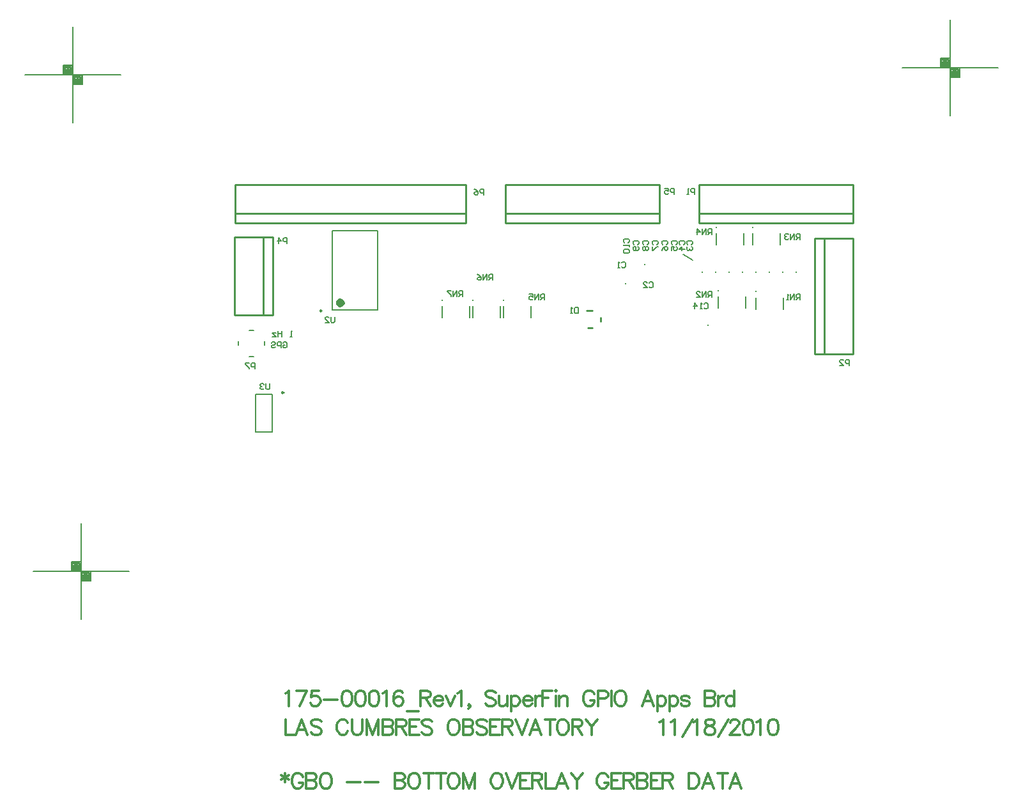
<source format=gbo>
%FSLAX23Y23*%
%MOIN*%
G70*
G01*
G75*
G04 Layer_Color=32896*
%ADD10R,0.030X0.060*%
%ADD11R,0.048X0.078*%
%ADD12O,0.098X0.028*%
%ADD13R,0.031X0.060*%
%ADD14R,0.014X0.060*%
%ADD15R,0.030X0.100*%
%ADD16R,0.039X0.059*%
%ADD17R,0.050X0.050*%
%ADD18R,0.050X0.050*%
%ADD19C,0.020*%
%ADD20C,0.005*%
%ADD21C,0.010*%
%ADD22C,0.012*%
%ADD23C,0.008*%
%ADD24C,0.012*%
%ADD25C,0.012*%
%ADD26C,0.055*%
%ADD27C,0.059*%
%ADD28R,0.059X0.059*%
%ADD29R,0.059X0.059*%
%ADD30C,0.219*%
%ADD31C,0.024*%
%ADD32C,0.040*%
G04:AMPARAMS|DCode=33|XSize=93.465mil|YSize=93.465mil|CornerRadius=0mil|HoleSize=0mil|Usage=FLASHONLY|Rotation=0.000|XOffset=0mil|YOffset=0mil|HoleType=Round|Shape=Relief|Width=10mil|Gap=10mil|Entries=4|*
%AMTHD33*
7,0,0,0.093,0.073,0.010,45*
%
%ADD33THD33*%
%ADD34C,0.073*%
%ADD35C,0.075*%
G04:AMPARAMS|DCode=36|XSize=95.433mil|YSize=95.433mil|CornerRadius=0mil|HoleSize=0mil|Usage=FLASHONLY|Rotation=0.000|XOffset=0mil|YOffset=0mil|HoleType=Round|Shape=Relief|Width=10mil|Gap=10mil|Entries=4|*
%AMTHD36*
7,0,0,0.095,0.075,0.010,45*
%
%ADD36THD36*%
%ADD37C,0.206*%
G04:AMPARAMS|DCode=38|XSize=70mil|YSize=70mil|CornerRadius=0mil|HoleSize=0mil|Usage=FLASHONLY|Rotation=0.000|XOffset=0mil|YOffset=0mil|HoleType=Round|Shape=Relief|Width=10mil|Gap=10mil|Entries=4|*
%AMTHD38*
7,0,0,0.070,0.050,0.010,45*
%
%ADD38THD38*%
%ADD39C,0.050*%
%ADD40O,0.091X0.024*%
%ADD41R,0.020X0.016*%
%ADD42R,0.020X0.020*%
%ADD43O,0.079X0.024*%
%ADD44R,0.017X0.045*%
%ADD45C,0.007*%
%ADD46C,0.010*%
%ADD47C,0.010*%
%ADD48C,0.008*%
%ADD49C,0.007*%
%ADD50C,0.006*%
%ADD51R,0.189X0.132*%
%ADD52R,0.038X0.068*%
%ADD53R,0.056X0.086*%
%ADD54O,0.106X0.036*%
%ADD55R,0.039X0.068*%
%ADD56R,0.022X0.068*%
%ADD57R,0.038X0.108*%
%ADD58R,0.047X0.067*%
%ADD59R,0.058X0.058*%
%ADD60R,0.058X0.058*%
%ADD61C,0.063*%
%ADD62C,0.067*%
%ADD63R,0.067X0.067*%
%ADD64R,0.067X0.067*%
%ADD65C,0.227*%
%ADD66C,0.032*%
%ADD67O,0.099X0.032*%
%ADD68R,0.028X0.024*%
%ADD69R,0.028X0.028*%
%ADD70O,0.087X0.032*%
%ADD71R,0.025X0.053*%
%ADD72C,0.024*%
D20*
X21861Y16101D02*
Y16076D01*
X21856Y16071D01*
X21846D01*
X21841Y16076D01*
Y16101D01*
X21811Y16071D02*
X21831D01*
X21811Y16091D01*
Y16096D01*
X21816Y16101D01*
X21826D01*
X21831Y16096D01*
X23130Y16150D02*
Y16120D01*
X23115D01*
X23110Y16125D01*
Y16145D01*
X23115Y16150D01*
X23130D01*
X23100Y16120D02*
X23090D01*
X23095D01*
Y16150D01*
X23100Y16145D01*
X21522Y15753D02*
Y15728D01*
X21517Y15723D01*
X21507D01*
X21502Y15728D01*
Y15753D01*
X21492Y15748D02*
X21487Y15753D01*
X21477D01*
X21472Y15748D01*
Y15743D01*
X21477Y15738D01*
X21482D01*
X21477D01*
X21472Y15733D01*
Y15728D01*
X21477Y15723D01*
X21487D01*
X21492Y15728D01*
X23357Y16382D02*
X23362Y16387D01*
X23372D01*
X23377Y16382D01*
Y16362D01*
X23372Y16357D01*
X23362D01*
X23357Y16362D01*
X23347Y16357D02*
X23337D01*
X23342D01*
Y16387D01*
X23347Y16382D01*
X24289Y16189D02*
Y16219D01*
X24274D01*
X24269Y16214D01*
Y16204D01*
X24274Y16199D01*
X24289D01*
X24279D02*
X24269Y16189D01*
X24259D02*
Y16219D01*
X24239Y16189D01*
Y16219D01*
X24229Y16189D02*
X24219D01*
X24224D01*
Y16219D01*
X24229Y16214D01*
X21444Y15829D02*
Y15859D01*
X21429D01*
X21424Y15854D01*
Y15844D01*
X21429Y15839D01*
X21444D01*
X21414Y15859D02*
X21394D01*
Y15854D01*
X21414Y15834D01*
Y15829D01*
X23739Y16741D02*
Y16771D01*
X23724D01*
X23719Y16766D01*
Y16756D01*
X23724Y16751D01*
X23739D01*
X23709Y16741D02*
X23699D01*
X23704D01*
Y16771D01*
X23709Y16766D01*
X24546Y15847D02*
Y15877D01*
X24531D01*
X24526Y15872D01*
Y15862D01*
X24531Y15857D01*
X24546D01*
X24496Y15847D02*
X24516D01*
X24496Y15867D01*
Y15872D01*
X24501Y15877D01*
X24511D01*
X24516Y15872D01*
X21612Y16483D02*
Y16513D01*
X21597D01*
X21592Y16508D01*
Y16498D01*
X21597Y16493D01*
X21612D01*
X21567Y16483D02*
Y16513D01*
X21582Y16498D01*
X21562D01*
X22639Y16737D02*
Y16767D01*
X22624D01*
X22619Y16762D01*
Y16752D01*
X22624Y16747D01*
X22639D01*
X22589Y16767D02*
X22599Y16762D01*
X22609Y16752D01*
Y16742D01*
X22604Y16737D01*
X22594D01*
X22589Y16742D01*
Y16747D01*
X22594Y16752D01*
X22609D01*
X22529Y16208D02*
Y16238D01*
X22514D01*
X22509Y16233D01*
Y16223D01*
X22514Y16218D01*
X22529D01*
X22519D02*
X22509Y16208D01*
X22499D02*
Y16238D01*
X22479Y16208D01*
Y16238D01*
X22469D02*
X22449D01*
Y16233D01*
X22469Y16213D01*
Y16208D01*
X22686Y16292D02*
Y16322D01*
X22671D01*
X22666Y16317D01*
Y16307D01*
X22671Y16302D01*
X22686D01*
X22676D02*
X22666Y16292D01*
X22656D02*
Y16322D01*
X22636Y16292D01*
Y16322D01*
X22606D02*
X22616Y16317D01*
X22626Y16307D01*
Y16297D01*
X22621Y16292D01*
X22611D01*
X22606Y16297D01*
Y16302D01*
X22611Y16307D01*
X22626D01*
X22955Y16189D02*
Y16219D01*
X22940D01*
X22935Y16214D01*
Y16204D01*
X22940Y16199D01*
X22955D01*
X22945D02*
X22935Y16189D01*
X22925D02*
Y16219D01*
X22905Y16189D01*
Y16219D01*
X22875D02*
X22895D01*
Y16204D01*
X22885Y16209D01*
X22880D01*
X22875Y16204D01*
Y16194D01*
X22880Y16189D01*
X22890D01*
X22895Y16194D01*
X23827Y16530D02*
Y16560D01*
X23812D01*
X23807Y16555D01*
Y16545D01*
X23812Y16540D01*
X23827D01*
X23817D02*
X23807Y16530D01*
X23797D02*
Y16560D01*
X23777Y16530D01*
Y16560D01*
X23752Y16530D02*
Y16560D01*
X23767Y16545D01*
X23747D01*
X24289Y16504D02*
Y16534D01*
X24274D01*
X24269Y16529D01*
Y16519D01*
X24274Y16514D01*
X24289D01*
X24279D02*
X24269Y16504D01*
X24259D02*
Y16534D01*
X24239Y16504D01*
Y16534D01*
X24229Y16529D02*
X24224Y16534D01*
X24214D01*
X24209Y16529D01*
Y16524D01*
X24214Y16519D01*
X24219D01*
X24214D01*
X24209Y16514D01*
Y16509D01*
X24214Y16504D01*
X24224D01*
X24229Y16509D01*
X23828Y16202D02*
Y16232D01*
X23813D01*
X23808Y16227D01*
Y16217D01*
X23813Y16212D01*
X23828D01*
X23818D02*
X23808Y16202D01*
X23798D02*
Y16232D01*
X23778Y16202D01*
Y16232D01*
X23748Y16202D02*
X23768D01*
X23748Y16222D01*
Y16227D01*
X23753Y16232D01*
X23763D01*
X23768Y16227D01*
X23633Y16741D02*
Y16771D01*
X23618D01*
X23613Y16766D01*
Y16756D01*
X23618Y16751D01*
X23633D01*
X23583Y16771D02*
X23603D01*
Y16756D01*
X23593Y16761D01*
X23588D01*
X23583Y16756D01*
Y16746D01*
X23588Y16741D01*
X23598D01*
X23603Y16746D01*
X23788Y16167D02*
X23793Y16172D01*
X23803D01*
X23808Y16167D01*
Y16147D01*
X23803Y16142D01*
X23793D01*
X23788Y16147D01*
X23778Y16142D02*
X23768D01*
X23773D01*
Y16172D01*
X23778Y16167D01*
X23738Y16142D02*
Y16172D01*
X23753Y16157D01*
X23733D01*
X23372Y16487D02*
X23367Y16492D01*
Y16502D01*
X23372Y16507D01*
X23392D01*
X23397Y16502D01*
Y16492D01*
X23392Y16487D01*
X23397Y16477D02*
Y16467D01*
Y16472D01*
X23367D01*
X23372Y16477D01*
Y16452D02*
X23367Y16447D01*
Y16437D01*
X23372Y16432D01*
X23392D01*
X23397Y16437D01*
Y16447D01*
X23392Y16452D01*
X23372D01*
X23422Y16477D02*
X23417Y16482D01*
Y16492D01*
X23422Y16497D01*
X23442D01*
X23447Y16492D01*
Y16482D01*
X23442Y16477D01*
Y16467D02*
X23447Y16462D01*
Y16452D01*
X23442Y16447D01*
X23422D01*
X23417Y16452D01*
Y16462D01*
X23422Y16467D01*
X23427D01*
X23432Y16462D01*
Y16447D01*
X23472Y16477D02*
X23467Y16482D01*
Y16492D01*
X23472Y16497D01*
X23492D01*
X23497Y16492D01*
Y16482D01*
X23492Y16477D01*
X23472Y16467D02*
X23467Y16462D01*
Y16452D01*
X23472Y16447D01*
X23477D01*
X23482Y16452D01*
X23487Y16447D01*
X23492D01*
X23497Y16452D01*
Y16462D01*
X23492Y16467D01*
X23487D01*
X23482Y16462D01*
X23477Y16467D01*
X23472D01*
X23482Y16462D02*
Y16452D01*
X23522Y16477D02*
X23517Y16482D01*
Y16492D01*
X23522Y16497D01*
X23542D01*
X23547Y16492D01*
Y16482D01*
X23542Y16477D01*
X23517Y16467D02*
Y16447D01*
X23522D01*
X23542Y16467D01*
X23547D01*
X23572Y16477D02*
X23567Y16482D01*
Y16492D01*
X23572Y16497D01*
X23592D01*
X23597Y16492D01*
Y16482D01*
X23592Y16477D01*
X23567Y16447D02*
X23572Y16457D01*
X23582Y16467D01*
X23592D01*
X23597Y16462D01*
Y16452D01*
X23592Y16447D01*
X23587D01*
X23582Y16452D01*
Y16467D01*
X23622Y16477D02*
X23617Y16482D01*
Y16492D01*
X23622Y16497D01*
X23642D01*
X23647Y16492D01*
Y16482D01*
X23642Y16477D01*
X23617Y16447D02*
Y16467D01*
X23632D01*
X23627Y16457D01*
Y16452D01*
X23632Y16447D01*
X23642D01*
X23647Y16452D01*
Y16462D01*
X23642Y16467D01*
X23662Y16477D02*
X23657Y16482D01*
Y16492D01*
X23662Y16497D01*
X23682D01*
X23687Y16492D01*
Y16482D01*
X23682Y16477D01*
X23687Y16452D02*
X23657D01*
X23672Y16467D01*
Y16447D01*
X23702Y16477D02*
X23697Y16482D01*
Y16492D01*
X23702Y16497D01*
X23722D01*
X23727Y16492D01*
Y16482D01*
X23722Y16477D01*
X23702Y16467D02*
X23697Y16462D01*
Y16452D01*
X23702Y16447D01*
X23707D01*
X23712Y16452D01*
Y16457D01*
Y16452D01*
X23717Y16447D01*
X23722D01*
X23727Y16452D01*
Y16462D01*
X23722Y16467D01*
X23501Y16278D02*
X23506Y16283D01*
X23516D01*
X23521Y16278D01*
Y16258D01*
X23516Y16253D01*
X23506D01*
X23501Y16258D01*
X23471Y16253D02*
X23491D01*
X23471Y16273D01*
Y16278D01*
X23476Y16283D01*
X23486D01*
X23491Y16278D01*
X21590Y15964D02*
X21595Y15969D01*
X21605D01*
X21610Y15964D01*
Y15944D01*
X21605Y15939D01*
X21595D01*
X21590Y15944D01*
Y15954D01*
X21600D01*
X21580Y15939D02*
Y15969D01*
X21565D01*
X21560Y15964D01*
Y15954D01*
X21565Y15949D01*
X21580D01*
X21530Y15964D02*
X21535Y15969D01*
X21545D01*
X21550Y15964D01*
Y15959D01*
X21545Y15954D01*
X21535D01*
X21530Y15949D01*
Y15944D01*
X21535Y15939D01*
X21545D01*
X21550Y15944D01*
X21639Y15998D02*
X21629D01*
X21634D01*
Y16028D01*
X21639Y16023D01*
X21584Y16028D02*
Y15998D01*
Y16013D01*
X21564D01*
Y16028D01*
Y15998D01*
X21554Y16018D02*
X21534D01*
X21554Y15998D01*
X21534D01*
D21*
X23176Y16132D02*
X23204D01*
X23180Y16042D02*
X23204D01*
X23247Y16077D02*
Y16097D01*
X23760Y16590D02*
X24565D01*
X23760Y16790D02*
X24565D01*
X23760Y16590D02*
Y16790D01*
X24565Y16590D02*
Y16790D01*
X23760Y16640D02*
X24565D01*
X24416Y15906D02*
Y16511D01*
X24366Y15906D02*
X24566D01*
X24366Y16511D02*
X24566D01*
Y15906D02*
Y16511D01*
X24366Y15906D02*
Y16511D01*
X21538Y16111D02*
Y16516D01*
X21338Y16111D02*
Y16516D01*
Y16111D02*
X21538D01*
X21338Y16516D02*
X21538D01*
X21488Y16111D02*
Y16516D01*
X21341Y16640D02*
X22546D01*
Y16590D02*
Y16790D01*
X21341Y16590D02*
Y16790D01*
X22546D01*
X21341Y16590D02*
X22546D01*
X22750Y16590D02*
X23555D01*
X22750Y16790D02*
X23555D01*
X22750Y16590D02*
Y16790D01*
X23555Y16590D02*
Y16790D01*
X22750Y16640D02*
X23555D01*
D22*
X21602Y13720D02*
Y13675D01*
X21583Y13709D02*
X21621Y13686D01*
Y13709D02*
X21583Y13686D01*
X21694Y13701D02*
X21691Y13709D01*
X21683Y13716D01*
X21675Y13720D01*
X21660D01*
X21653Y13716D01*
X21645Y13709D01*
X21641Y13701D01*
X21637Y13690D01*
Y13671D01*
X21641Y13659D01*
X21645Y13652D01*
X21653Y13644D01*
X21660Y13640D01*
X21675D01*
X21683Y13644D01*
X21691Y13652D01*
X21694Y13659D01*
Y13671D01*
X21675D02*
X21694D01*
X21713Y13720D02*
Y13640D01*
Y13720D02*
X21747D01*
X21758Y13716D01*
X21762Y13713D01*
X21766Y13705D01*
Y13697D01*
X21762Y13690D01*
X21758Y13686D01*
X21747Y13682D01*
X21713D02*
X21747D01*
X21758Y13678D01*
X21762Y13675D01*
X21766Y13667D01*
Y13656D01*
X21762Y13648D01*
X21758Y13644D01*
X21747Y13640D01*
X21713D01*
X21807Y13720D02*
X21799Y13716D01*
X21792Y13709D01*
X21788Y13701D01*
X21784Y13690D01*
Y13671D01*
X21788Y13659D01*
X21792Y13652D01*
X21799Y13644D01*
X21807Y13640D01*
X21822D01*
X21830Y13644D01*
X21837Y13652D01*
X21841Y13659D01*
X21845Y13671D01*
Y13690D01*
X21841Y13701D01*
X21837Y13709D01*
X21830Y13716D01*
X21822Y13720D01*
X21807D01*
X21926Y13675D02*
X21995D01*
X22019D02*
X22087D01*
X22174Y13720D02*
Y13640D01*
Y13720D02*
X22208D01*
X22219Y13716D01*
X22223Y13713D01*
X22227Y13705D01*
Y13697D01*
X22223Y13690D01*
X22219Y13686D01*
X22208Y13682D01*
X22174D02*
X22208D01*
X22219Y13678D01*
X22223Y13675D01*
X22227Y13667D01*
Y13656D01*
X22223Y13648D01*
X22219Y13644D01*
X22208Y13640D01*
X22174D01*
X22268Y13720D02*
X22260Y13716D01*
X22252Y13709D01*
X22249Y13701D01*
X22245Y13690D01*
Y13671D01*
X22249Y13659D01*
X22252Y13652D01*
X22260Y13644D01*
X22268Y13640D01*
X22283D01*
X22291Y13644D01*
X22298Y13652D01*
X22302Y13659D01*
X22306Y13671D01*
Y13690D01*
X22302Y13701D01*
X22298Y13709D01*
X22291Y13716D01*
X22283Y13720D01*
X22268D01*
X22351D02*
Y13640D01*
X22324Y13720D02*
X22378D01*
X22414D02*
Y13640D01*
X22387Y13720D02*
X22441D01*
X22473D02*
X22465Y13716D01*
X22458Y13709D01*
X22454Y13701D01*
X22450Y13690D01*
Y13671D01*
X22454Y13659D01*
X22458Y13652D01*
X22465Y13644D01*
X22473Y13640D01*
X22488D01*
X22496Y13644D01*
X22503Y13652D01*
X22507Y13659D01*
X22511Y13671D01*
Y13690D01*
X22507Y13701D01*
X22503Y13709D01*
X22496Y13716D01*
X22488Y13720D01*
X22473D01*
X22530D02*
Y13640D01*
Y13720D02*
X22560Y13640D01*
X22591Y13720D02*
X22560Y13640D01*
X22591Y13720D02*
Y13640D01*
X22699Y13720D02*
X22692Y13716D01*
X22684Y13709D01*
X22680Y13701D01*
X22676Y13690D01*
Y13671D01*
X22680Y13659D01*
X22684Y13652D01*
X22692Y13644D01*
X22699Y13640D01*
X22714D01*
X22722Y13644D01*
X22730Y13652D01*
X22733Y13659D01*
X22737Y13671D01*
Y13690D01*
X22733Y13701D01*
X22730Y13709D01*
X22722Y13716D01*
X22714Y13720D01*
X22699D01*
X22756D02*
X22786Y13640D01*
X22817Y13720D02*
X22786Y13640D01*
X22877Y13720D02*
X22827D01*
Y13640D01*
X22877D01*
X22827Y13682D02*
X22858D01*
X22890Y13720D02*
Y13640D01*
Y13720D02*
X22924D01*
X22936Y13716D01*
X22940Y13713D01*
X22943Y13705D01*
Y13697D01*
X22940Y13690D01*
X22936Y13686D01*
X22924Y13682D01*
X22890D01*
X22917D02*
X22943Y13640D01*
X22961Y13720D02*
Y13640D01*
X23007D01*
X23077D02*
X23046Y13720D01*
X23016Y13640D01*
X23027Y13667D02*
X23065D01*
X23095Y13720D02*
X23126Y13682D01*
Y13640D01*
X23156Y13720D02*
X23126Y13682D01*
X23287Y13701D02*
X23283Y13709D01*
X23275Y13716D01*
X23267Y13720D01*
X23252D01*
X23245Y13716D01*
X23237Y13709D01*
X23233Y13701D01*
X23229Y13690D01*
Y13671D01*
X23233Y13659D01*
X23237Y13652D01*
X23245Y13644D01*
X23252Y13640D01*
X23267D01*
X23275Y13644D01*
X23283Y13652D01*
X23287Y13659D01*
Y13671D01*
X23267D02*
X23287D01*
X23354Y13720D02*
X23305D01*
Y13640D01*
X23354D01*
X23305Y13682D02*
X23335D01*
X23368Y13720D02*
Y13640D01*
Y13720D02*
X23402D01*
X23413Y13716D01*
X23417Y13713D01*
X23421Y13705D01*
Y13697D01*
X23417Y13690D01*
X23413Y13686D01*
X23402Y13682D01*
X23368D01*
X23394D02*
X23421Y13640D01*
X23439Y13720D02*
Y13640D01*
Y13720D02*
X23473D01*
X23485Y13716D01*
X23488Y13713D01*
X23492Y13705D01*
Y13697D01*
X23488Y13690D01*
X23485Y13686D01*
X23473Y13682D01*
X23439D02*
X23473D01*
X23485Y13678D01*
X23488Y13675D01*
X23492Y13667D01*
Y13656D01*
X23488Y13648D01*
X23485Y13644D01*
X23473Y13640D01*
X23439D01*
X23560Y13720D02*
X23510D01*
Y13640D01*
X23560D01*
X23510Y13682D02*
X23541D01*
X23573Y13720D02*
Y13640D01*
Y13720D02*
X23607D01*
X23619Y13716D01*
X23622Y13713D01*
X23626Y13705D01*
Y13697D01*
X23622Y13690D01*
X23619Y13686D01*
X23607Y13682D01*
X23573D01*
X23600D02*
X23626Y13640D01*
X23707Y13720D02*
Y13640D01*
Y13720D02*
X23734D01*
X23745Y13716D01*
X23753Y13709D01*
X23757Y13701D01*
X23760Y13690D01*
Y13671D01*
X23757Y13659D01*
X23753Y13652D01*
X23745Y13644D01*
X23734Y13640D01*
X23707D01*
X23839D02*
X23809Y13720D01*
X23778Y13640D01*
X23790Y13667D02*
X23828D01*
X23884Y13720D02*
Y13640D01*
X23858Y13720D02*
X23911D01*
X23982Y13640D02*
X23951Y13720D01*
X23921Y13640D01*
X23932Y13667D02*
X23970D01*
D23*
X24820Y17399D02*
X25320D01*
X25070Y17149D02*
Y17649D01*
X25020Y17399D02*
Y17449D01*
X25070D01*
X25120Y17349D02*
Y17399D01*
X25070Y17349D02*
X25120D01*
X25075Y17394D02*
X25115D01*
Y17354D02*
Y17394D01*
X25075Y17354D02*
X25115D01*
X25075D02*
Y17394D01*
X25080Y17389D02*
X25110D01*
Y17359D02*
Y17389D01*
X25080Y17359D02*
X25110D01*
X25080D02*
Y17384D01*
X25085D02*
X25105D01*
Y17364D02*
Y17384D01*
X25085Y17364D02*
X25105D01*
X25085D02*
Y17379D01*
X25090D02*
X25100D01*
Y17369D02*
Y17379D01*
X25090Y17369D02*
X25100D01*
X25090D02*
Y17379D01*
Y17374D02*
X25100D01*
X25025Y17444D02*
X25065D01*
Y17404D02*
Y17444D01*
X25025Y17404D02*
X25065D01*
X25025D02*
Y17444D01*
X25030Y17439D02*
X25060D01*
Y17409D02*
Y17439D01*
X25030Y17409D02*
X25060D01*
X25030D02*
Y17434D01*
X25035D02*
X25055D01*
Y17414D02*
Y17434D01*
X25035Y17414D02*
X25055D01*
X25035D02*
Y17429D01*
X25040D02*
X25050D01*
Y17419D02*
Y17429D01*
X25040Y17419D02*
X25050D01*
X25040D02*
Y17429D01*
Y17424D02*
X25050D01*
X20287Y14772D02*
X20787D01*
X20537Y14522D02*
Y15022D01*
X20487Y14772D02*
Y14822D01*
X20537D01*
X20587Y14722D02*
Y14772D01*
X20537Y14722D02*
X20587D01*
X20542Y14767D02*
X20582D01*
Y14727D02*
Y14767D01*
X20542Y14727D02*
X20582D01*
X20542D02*
Y14767D01*
X20547Y14762D02*
X20577D01*
Y14732D02*
Y14762D01*
X20547Y14732D02*
X20577D01*
X20547D02*
Y14757D01*
X20552D02*
X20572D01*
Y14737D02*
Y14757D01*
X20552Y14737D02*
X20572D01*
X20552D02*
Y14752D01*
X20557D02*
X20567D01*
Y14742D02*
Y14752D01*
X20557Y14742D02*
X20567D01*
X20557D02*
Y14752D01*
Y14747D02*
X20567D01*
X20492Y14817D02*
X20532D01*
Y14777D02*
Y14817D01*
X20492Y14777D02*
X20532D01*
X20492D02*
Y14817D01*
X20497Y14812D02*
X20527D01*
Y14782D02*
Y14812D01*
X20497Y14782D02*
X20527D01*
X20497D02*
Y14807D01*
X20502D02*
X20522D01*
Y14787D02*
Y14807D01*
X20502Y14787D02*
X20522D01*
X20502D02*
Y14802D01*
X20507D02*
X20517D01*
Y14792D02*
Y14802D01*
X20507Y14792D02*
X20517D01*
X20507D02*
Y14802D01*
Y14797D02*
X20517D01*
X20246Y17365D02*
X20746D01*
X20496Y17115D02*
Y17615D01*
X20446Y17365D02*
Y17415D01*
X20496D01*
X20546Y17315D02*
Y17365D01*
X20496Y17315D02*
X20546D01*
X20501Y17360D02*
X20541D01*
Y17320D02*
Y17360D01*
X20501Y17320D02*
X20541D01*
X20501D02*
Y17360D01*
X20506Y17355D02*
X20536D01*
Y17325D02*
Y17355D01*
X20506Y17325D02*
X20536D01*
X20506D02*
Y17350D01*
X20511D02*
X20531D01*
Y17330D02*
Y17350D01*
X20511Y17330D02*
X20531D01*
X20511D02*
Y17345D01*
X20516D02*
X20526D01*
Y17335D02*
Y17345D01*
X20516Y17335D02*
X20526D01*
X20516D02*
Y17345D01*
Y17340D02*
X20526D01*
X20451Y17410D02*
X20491D01*
Y17370D02*
Y17410D01*
X20451Y17370D02*
X20491D01*
X20451D02*
Y17410D01*
X20456Y17405D02*
X20486D01*
Y17375D02*
Y17405D01*
X20456Y17375D02*
X20486D01*
X20456D02*
Y17400D01*
X20461D02*
X20481D01*
Y17380D02*
Y17400D01*
X20461Y17380D02*
X20481D01*
X20461D02*
Y17395D01*
X20466D02*
X20476D01*
Y17385D02*
Y17395D01*
X20466Y17385D02*
X20476D01*
X20466D02*
Y17395D01*
Y17390D02*
X20476D01*
D24*
X21604Y14001D02*
Y13921D01*
X21650D01*
X21719D02*
X21689Y14001D01*
X21658Y13921D01*
X21670Y13948D02*
X21708D01*
X21791Y13989D02*
X21784Y13997D01*
X21772Y14001D01*
X21757D01*
X21746Y13997D01*
X21738Y13989D01*
Y13982D01*
X21742Y13974D01*
X21746Y13970D01*
X21753Y13967D01*
X21776Y13959D01*
X21784Y13955D01*
X21787Y13951D01*
X21791Y13944D01*
Y13932D01*
X21784Y13925D01*
X21772Y13921D01*
X21757D01*
X21746Y13925D01*
X21738Y13932D01*
X21929Y13982D02*
X21925Y13989D01*
X21918Y13997D01*
X21910Y14001D01*
X21895D01*
X21887Y13997D01*
X21880Y13989D01*
X21876Y13982D01*
X21872Y13970D01*
Y13951D01*
X21876Y13940D01*
X21880Y13932D01*
X21887Y13925D01*
X21895Y13921D01*
X21910D01*
X21918Y13925D01*
X21925Y13932D01*
X21929Y13940D01*
X21952Y14001D02*
Y13944D01*
X21955Y13932D01*
X21963Y13925D01*
X21974Y13921D01*
X21982D01*
X21994Y13925D01*
X22001Y13932D01*
X22005Y13944D01*
Y14001D01*
X22027D02*
Y13921D01*
Y14001D02*
X22058Y13921D01*
X22088Y14001D02*
X22058Y13921D01*
X22088Y14001D02*
Y13921D01*
X22111Y14001D02*
Y13921D01*
Y14001D02*
X22145D01*
X22157Y13997D01*
X22160Y13993D01*
X22164Y13986D01*
Y13978D01*
X22160Y13970D01*
X22157Y13967D01*
X22145Y13963D01*
X22111D02*
X22145D01*
X22157Y13959D01*
X22160Y13955D01*
X22164Y13948D01*
Y13936D01*
X22160Y13928D01*
X22157Y13925D01*
X22145Y13921D01*
X22111D01*
X22182Y14001D02*
Y13921D01*
Y14001D02*
X22216D01*
X22228Y13997D01*
X22232Y13993D01*
X22235Y13986D01*
Y13978D01*
X22232Y13970D01*
X22228Y13967D01*
X22216Y13963D01*
X22182D01*
X22209D02*
X22235Y13921D01*
X22303Y14001D02*
X22253D01*
Y13921D01*
X22303D01*
X22253Y13963D02*
X22284D01*
X22369Y13989D02*
X22362Y13997D01*
X22350Y14001D01*
X22335D01*
X22324Y13997D01*
X22316Y13989D01*
Y13982D01*
X22320Y13974D01*
X22324Y13970D01*
X22331Y13967D01*
X22354Y13959D01*
X22362Y13955D01*
X22366Y13951D01*
X22369Y13944D01*
Y13932D01*
X22362Y13925D01*
X22350Y13921D01*
X22335D01*
X22324Y13925D01*
X22316Y13932D01*
X22473Y14001D02*
X22465Y13997D01*
X22458Y13989D01*
X22454Y13982D01*
X22450Y13970D01*
Y13951D01*
X22454Y13940D01*
X22458Y13932D01*
X22465Y13925D01*
X22473Y13921D01*
X22488D01*
X22496Y13925D01*
X22504Y13932D01*
X22507Y13940D01*
X22511Y13951D01*
Y13970D01*
X22507Y13982D01*
X22504Y13989D01*
X22496Y13997D01*
X22488Y14001D01*
X22473D01*
X22530D02*
Y13921D01*
Y14001D02*
X22564D01*
X22576Y13997D01*
X22579Y13993D01*
X22583Y13986D01*
Y13978D01*
X22579Y13970D01*
X22576Y13967D01*
X22564Y13963D01*
X22530D02*
X22564D01*
X22576Y13959D01*
X22579Y13955D01*
X22583Y13948D01*
Y13936D01*
X22579Y13928D01*
X22576Y13925D01*
X22564Y13921D01*
X22530D01*
X22654Y13989D02*
X22647Y13997D01*
X22635Y14001D01*
X22620D01*
X22609Y13997D01*
X22601Y13989D01*
Y13982D01*
X22605Y13974D01*
X22609Y13970D01*
X22616Y13967D01*
X22639Y13959D01*
X22647Y13955D01*
X22651Y13951D01*
X22654Y13944D01*
Y13932D01*
X22647Y13925D01*
X22635Y13921D01*
X22620D01*
X22609Y13925D01*
X22601Y13932D01*
X22722Y14001D02*
X22672D01*
Y13921D01*
X22722D01*
X22672Y13963D02*
X22703D01*
X22735Y14001D02*
Y13921D01*
Y14001D02*
X22769D01*
X22781Y13997D01*
X22785Y13993D01*
X22788Y13986D01*
Y13978D01*
X22785Y13970D01*
X22781Y13967D01*
X22769Y13963D01*
X22735D01*
X22762D02*
X22788Y13921D01*
X22806Y14001D02*
X22837Y13921D01*
X22867Y14001D02*
X22837Y13921D01*
X22938D02*
X22908Y14001D01*
X22878Y13921D01*
X22889Y13948D02*
X22927D01*
X22984Y14001D02*
Y13921D01*
X22957Y14001D02*
X23010D01*
X23043D02*
X23035Y13997D01*
X23028Y13989D01*
X23024Y13982D01*
X23020Y13970D01*
Y13951D01*
X23024Y13940D01*
X23028Y13932D01*
X23035Y13925D01*
X23043Y13921D01*
X23058D01*
X23066Y13925D01*
X23073Y13932D01*
X23077Y13940D01*
X23081Y13951D01*
Y13970D01*
X23077Y13982D01*
X23073Y13989D01*
X23066Y13997D01*
X23058Y14001D01*
X23043D01*
X23100D02*
Y13921D01*
Y14001D02*
X23134D01*
X23145Y13997D01*
X23149Y13993D01*
X23153Y13986D01*
Y13978D01*
X23149Y13970D01*
X23145Y13967D01*
X23134Y13963D01*
X23100D01*
X23126D02*
X23153Y13921D01*
X23171Y14001D02*
X23201Y13963D01*
Y13921D01*
X23232Y14001D02*
X23201Y13963D01*
X23556Y13986D02*
X23564Y13989D01*
X23575Y14001D01*
Y13921D01*
X23615Y13986D02*
X23623Y13989D01*
X23634Y14001D01*
Y13921D01*
X23674Y13909D02*
X23727Y14001D01*
X23732Y13986D02*
X23740Y13989D01*
X23751Y14001D01*
Y13921D01*
X23810Y14001D02*
X23798Y13997D01*
X23795Y13989D01*
Y13982D01*
X23798Y13974D01*
X23806Y13970D01*
X23821Y13967D01*
X23833Y13963D01*
X23840Y13955D01*
X23844Y13948D01*
Y13936D01*
X23840Y13928D01*
X23837Y13925D01*
X23825Y13921D01*
X23810D01*
X23798Y13925D01*
X23795Y13928D01*
X23791Y13936D01*
Y13948D01*
X23795Y13955D01*
X23802Y13963D01*
X23814Y13967D01*
X23829Y13970D01*
X23837Y13974D01*
X23840Y13982D01*
Y13989D01*
X23837Y13997D01*
X23825Y14001D01*
X23810D01*
X23862Y13909D02*
X23915Y14001D01*
X23925Y13982D02*
Y13986D01*
X23928Y13993D01*
X23932Y13997D01*
X23940Y14001D01*
X23955D01*
X23963Y13997D01*
X23966Y13993D01*
X23970Y13986D01*
Y13978D01*
X23966Y13970D01*
X23959Y13959D01*
X23921Y13921D01*
X23974D01*
X24015Y14001D02*
X24003Y13997D01*
X23996Y13986D01*
X23992Y13967D01*
Y13955D01*
X23996Y13936D01*
X24003Y13925D01*
X24015Y13921D01*
X24022D01*
X24034Y13925D01*
X24041Y13936D01*
X24045Y13955D01*
Y13967D01*
X24041Y13986D01*
X24034Y13997D01*
X24022Y14001D01*
X24015D01*
X24063Y13986D02*
X24071Y13989D01*
X24082Y14001D01*
Y13921D01*
X24145Y14001D02*
X24133Y13997D01*
X24126Y13986D01*
X24122Y13967D01*
Y13955D01*
X24126Y13936D01*
X24133Y13925D01*
X24145Y13921D01*
X24152D01*
X24164Y13925D01*
X24171Y13936D01*
X24175Y13955D01*
Y13967D01*
X24171Y13986D01*
X24164Y13997D01*
X24152Y14001D01*
X24145D01*
D25*
X21604Y14136D02*
X21612Y14139D01*
X21623Y14151D01*
Y14071D01*
X21716Y14151D02*
X21678Y14071D01*
X21663Y14151D02*
X21716D01*
X21779D02*
X21741D01*
X21738Y14117D01*
X21741Y14120D01*
X21753Y14124D01*
X21764D01*
X21776Y14120D01*
X21783Y14113D01*
X21787Y14101D01*
Y14094D01*
X21783Y14082D01*
X21776Y14075D01*
X21764Y14071D01*
X21753D01*
X21741Y14075D01*
X21738Y14079D01*
X21734Y14086D01*
X21805Y14105D02*
X21874D01*
X21920Y14151D02*
X21909Y14147D01*
X21901Y14136D01*
X21897Y14117D01*
Y14105D01*
X21901Y14086D01*
X21909Y14075D01*
X21920Y14071D01*
X21928D01*
X21939Y14075D01*
X21947Y14086D01*
X21950Y14105D01*
Y14117D01*
X21947Y14136D01*
X21939Y14147D01*
X21928Y14151D01*
X21920D01*
X21991D02*
X21980Y14147D01*
X21972Y14136D01*
X21968Y14117D01*
Y14105D01*
X21972Y14086D01*
X21980Y14075D01*
X21991Y14071D01*
X21999D01*
X22010Y14075D01*
X22018Y14086D01*
X22022Y14105D01*
Y14117D01*
X22018Y14136D01*
X22010Y14147D01*
X21999Y14151D01*
X21991D01*
X22062D02*
X22051Y14147D01*
X22043Y14136D01*
X22040Y14117D01*
Y14105D01*
X22043Y14086D01*
X22051Y14075D01*
X22062Y14071D01*
X22070D01*
X22082Y14075D01*
X22089Y14086D01*
X22093Y14105D01*
Y14117D01*
X22089Y14136D01*
X22082Y14147D01*
X22070Y14151D01*
X22062D01*
X22111Y14136D02*
X22118Y14139D01*
X22130Y14151D01*
Y14071D01*
X22215Y14139D02*
X22211Y14147D01*
X22200Y14151D01*
X22192D01*
X22181Y14147D01*
X22173Y14136D01*
X22169Y14117D01*
Y14098D01*
X22173Y14082D01*
X22181Y14075D01*
X22192Y14071D01*
X22196D01*
X22208Y14075D01*
X22215Y14082D01*
X22219Y14094D01*
Y14098D01*
X22215Y14109D01*
X22208Y14117D01*
X22196Y14120D01*
X22192D01*
X22181Y14117D01*
X22173Y14109D01*
X22169Y14098D01*
X22237Y14044D02*
X22297D01*
X22308Y14151D02*
Y14071D01*
Y14151D02*
X22342D01*
X22353Y14147D01*
X22357Y14143D01*
X22361Y14136D01*
Y14128D01*
X22357Y14120D01*
X22353Y14117D01*
X22342Y14113D01*
X22308D01*
X22334D02*
X22361Y14071D01*
X22379Y14101D02*
X22425D01*
Y14109D01*
X22421Y14117D01*
X22417Y14120D01*
X22409Y14124D01*
X22398D01*
X22390Y14120D01*
X22383Y14113D01*
X22379Y14101D01*
Y14094D01*
X22383Y14082D01*
X22390Y14075D01*
X22398Y14071D01*
X22409D01*
X22417Y14075D01*
X22425Y14082D01*
X22442Y14124D02*
X22465Y14071D01*
X22488Y14124D02*
X22465Y14071D01*
X22500Y14136D02*
X22508Y14139D01*
X22520Y14151D01*
Y14071D01*
X22567Y14075D02*
X22563Y14071D01*
X22559Y14075D01*
X22563Y14079D01*
X22567Y14075D01*
Y14067D01*
X22563Y14059D01*
X22559Y14056D01*
X22700Y14139D02*
X22693Y14147D01*
X22681Y14151D01*
X22666D01*
X22655Y14147D01*
X22647Y14139D01*
Y14132D01*
X22651Y14124D01*
X22655Y14120D01*
X22662Y14117D01*
X22685Y14109D01*
X22693Y14105D01*
X22697Y14101D01*
X22700Y14094D01*
Y14082D01*
X22693Y14075D01*
X22681Y14071D01*
X22666D01*
X22655Y14075D01*
X22647Y14082D01*
X22718Y14124D02*
Y14086D01*
X22722Y14075D01*
X22730Y14071D01*
X22741D01*
X22749Y14075D01*
X22760Y14086D01*
Y14124D02*
Y14071D01*
X22781Y14124D02*
Y14044D01*
Y14113D02*
X22789Y14120D01*
X22796Y14124D01*
X22808D01*
X22815Y14120D01*
X22823Y14113D01*
X22827Y14101D01*
Y14094D01*
X22823Y14082D01*
X22815Y14075D01*
X22808Y14071D01*
X22796D01*
X22789Y14075D01*
X22781Y14082D01*
X22844Y14101D02*
X22890D01*
Y14109D01*
X22886Y14117D01*
X22882Y14120D01*
X22874Y14124D01*
X22863D01*
X22855Y14120D01*
X22848Y14113D01*
X22844Y14101D01*
Y14094D01*
X22848Y14082D01*
X22855Y14075D01*
X22863Y14071D01*
X22874D01*
X22882Y14075D01*
X22890Y14082D01*
X22907Y14124D02*
Y14071D01*
Y14101D02*
X22911Y14113D01*
X22918Y14120D01*
X22926Y14124D01*
X22937D01*
X22945Y14151D02*
Y14071D01*
Y14151D02*
X22994D01*
X22945Y14113D02*
X22975D01*
X23011Y14151D02*
X23015Y14147D01*
X23018Y14151D01*
X23015Y14155D01*
X23011Y14151D01*
X23015Y14124D02*
Y14071D01*
X23033Y14124D02*
Y14071D01*
Y14109D02*
X23044Y14120D01*
X23052Y14124D01*
X23063D01*
X23071Y14120D01*
X23074Y14109D01*
Y14071D01*
X23215Y14132D02*
X23212Y14139D01*
X23204Y14147D01*
X23196Y14151D01*
X23181D01*
X23173Y14147D01*
X23166Y14139D01*
X23162Y14132D01*
X23158Y14120D01*
Y14101D01*
X23162Y14090D01*
X23166Y14082D01*
X23173Y14075D01*
X23181Y14071D01*
X23196D01*
X23204Y14075D01*
X23212Y14082D01*
X23215Y14090D01*
Y14101D01*
X23196D02*
X23215D01*
X23234Y14109D02*
X23268D01*
X23279Y14113D01*
X23283Y14117D01*
X23287Y14124D01*
Y14136D01*
X23283Y14143D01*
X23279Y14147D01*
X23268Y14151D01*
X23234D01*
Y14071D01*
X23305Y14151D02*
Y14071D01*
X23344Y14151D02*
X23337Y14147D01*
X23329Y14139D01*
X23325Y14132D01*
X23322Y14120D01*
Y14101D01*
X23325Y14090D01*
X23329Y14082D01*
X23337Y14075D01*
X23344Y14071D01*
X23360D01*
X23367Y14075D01*
X23375Y14082D01*
X23379Y14090D01*
X23383Y14101D01*
Y14120D01*
X23379Y14132D01*
X23375Y14139D01*
X23367Y14147D01*
X23360Y14151D01*
X23344D01*
X23525Y14071D02*
X23495Y14151D01*
X23464Y14071D01*
X23476Y14098D02*
X23514D01*
X23544Y14124D02*
Y14044D01*
Y14113D02*
X23551Y14120D01*
X23559Y14124D01*
X23570D01*
X23578Y14120D01*
X23586Y14113D01*
X23589Y14101D01*
Y14094D01*
X23586Y14082D01*
X23578Y14075D01*
X23570Y14071D01*
X23559D01*
X23551Y14075D01*
X23544Y14082D01*
X23607Y14124D02*
Y14044D01*
Y14113D02*
X23614Y14120D01*
X23622Y14124D01*
X23633D01*
X23641Y14120D01*
X23648Y14113D01*
X23652Y14101D01*
Y14094D01*
X23648Y14082D01*
X23641Y14075D01*
X23633Y14071D01*
X23622D01*
X23614Y14075D01*
X23607Y14082D01*
X23711Y14113D02*
X23707Y14120D01*
X23696Y14124D01*
X23685D01*
X23673Y14120D01*
X23669Y14113D01*
X23673Y14105D01*
X23681Y14101D01*
X23700Y14098D01*
X23707Y14094D01*
X23711Y14086D01*
Y14082D01*
X23707Y14075D01*
X23696Y14071D01*
X23685D01*
X23673Y14075D01*
X23669Y14082D01*
X23791Y14151D02*
Y14071D01*
Y14151D02*
X23825D01*
X23837Y14147D01*
X23840Y14143D01*
X23844Y14136D01*
Y14128D01*
X23840Y14120D01*
X23837Y14117D01*
X23825Y14113D01*
X23791D02*
X23825D01*
X23837Y14109D01*
X23840Y14105D01*
X23844Y14098D01*
Y14086D01*
X23840Y14079D01*
X23837Y14075D01*
X23825Y14071D01*
X23791D01*
X23862Y14124D02*
Y14071D01*
Y14101D02*
X23866Y14113D01*
X23874Y14120D01*
X23881Y14124D01*
X23893D01*
X23945Y14151D02*
Y14071D01*
Y14113D02*
X23938Y14120D01*
X23930Y14124D01*
X23919D01*
X23911Y14120D01*
X23904Y14113D01*
X23900Y14101D01*
Y14094D01*
X23904Y14082D01*
X23911Y14075D01*
X23919Y14071D01*
X23930D01*
X23938Y14075D01*
X23945Y14082D01*
D46*
X21792Y16134D02*
X21785Y16138D01*
Y16130D01*
X21792Y16134D01*
X21594Y15706D02*
X21586Y15711D01*
Y15702D01*
X21594Y15706D01*
D47*
X23478Y16372D02*
D03*
X23808Y16056D02*
D03*
X23778Y16332D02*
D03*
X23848D02*
D03*
X23918D02*
D03*
X23988D02*
D03*
X24058D02*
D03*
X24128D02*
D03*
X24198D02*
D03*
X24268D02*
D03*
X23378Y16272D02*
D03*
D48*
X21848Y16549D02*
X22085D01*
X21848Y16136D02*
X22085D01*
Y16549D01*
X21848Y16136D02*
Y16549D01*
X21447Y15499D02*
X21534D01*
X21447Y15696D02*
X21534D01*
X21447Y15499D02*
Y15696D01*
X21534Y15499D02*
Y15696D01*
X24200Y16141D02*
Y16201D01*
X24058Y16141D02*
Y16201D01*
Y16232D02*
Y16236D01*
X21495Y15952D02*
Y15973D01*
X21358Y15952D02*
Y15973D01*
X21416Y16031D02*
X21437D01*
X21416Y15893D02*
X21437D01*
X22565Y16096D02*
Y16156D01*
X22423Y16096D02*
Y16156D01*
Y16187D02*
Y16191D01*
X22725Y16096D02*
Y16156D01*
X22583Y16096D02*
Y16156D01*
Y16187D02*
Y16191D01*
X22885Y16096D02*
Y16156D01*
X22743Y16096D02*
Y16156D01*
Y16187D02*
Y16191D01*
X23995Y16476D02*
Y16536D01*
X23853Y16476D02*
Y16536D01*
Y16567D02*
Y16571D01*
X24185Y16476D02*
Y16536D01*
X24043Y16476D02*
Y16536D01*
Y16567D02*
Y16571D01*
X24005Y16146D02*
Y16206D01*
X23863Y16146D02*
Y16206D01*
Y16237D02*
Y16241D01*
X23677Y16427D02*
X23727Y16397D01*
D72*
X21900Y16175D02*
X21895Y16184D01*
X21885Y16187D01*
X21877Y16180D01*
Y16170D01*
X21885Y16164D01*
X21895Y16166D01*
X21900Y16175D01*
M02*

</source>
